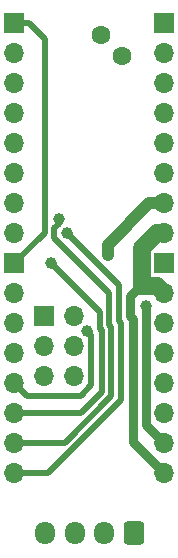
<source format=gbr>
%TF.GenerationSoftware,KiCad,Pcbnew,7.0.11-7.0.11~ubuntu22.04.1*%
%TF.CreationDate,2024-03-10T10:15:41+03:00*%
%TF.ProjectId,MDExt,4d444578-742e-46b6-9963-61645f706362,rev?*%
%TF.SameCoordinates,Original*%
%TF.FileFunction,Copper,L1,Top*%
%TF.FilePolarity,Positive*%
%FSLAX46Y46*%
G04 Gerber Fmt 4.6, Leading zero omitted, Abs format (unit mm)*
G04 Created by KiCad (PCBNEW 7.0.11-7.0.11~ubuntu22.04.1) date 2024-03-10 10:15:41*
%MOMM*%
%LPD*%
G01*
G04 APERTURE LIST*
G04 Aperture macros list*
%AMRoundRect*
0 Rectangle with rounded corners*
0 $1 Rounding radius*
0 $2 $3 $4 $5 $6 $7 $8 $9 X,Y pos of 4 corners*
0 Add a 4 corners polygon primitive as box body*
4,1,4,$2,$3,$4,$5,$6,$7,$8,$9,$2,$3,0*
0 Add four circle primitives for the rounded corners*
1,1,$1+$1,$2,$3*
1,1,$1+$1,$4,$5*
1,1,$1+$1,$6,$7*
1,1,$1+$1,$8,$9*
0 Add four rect primitives between the rounded corners*
20,1,$1+$1,$2,$3,$4,$5,0*
20,1,$1+$1,$4,$5,$6,$7,0*
20,1,$1+$1,$6,$7,$8,$9,0*
20,1,$1+$1,$8,$9,$2,$3,0*%
G04 Aperture macros list end*
%TA.AperFunction,ComponentPad*%
%ADD10RoundRect,0.250000X0.600000X0.725000X-0.600000X0.725000X-0.600000X-0.725000X0.600000X-0.725000X0*%
%TD*%
%TA.AperFunction,ComponentPad*%
%ADD11O,1.700000X1.950000*%
%TD*%
%TA.AperFunction,ComponentPad*%
%ADD12C,1.600000*%
%TD*%
%TA.AperFunction,ComponentPad*%
%ADD13R,1.700000X1.700000*%
%TD*%
%TA.AperFunction,ComponentPad*%
%ADD14O,1.700000X1.700000*%
%TD*%
%TA.AperFunction,ViaPad*%
%ADD15C,1.000000*%
%TD*%
%TA.AperFunction,Conductor*%
%ADD16C,0.800000*%
%TD*%
%TA.AperFunction,Conductor*%
%ADD17C,1.500000*%
%TD*%
%TA.AperFunction,Conductor*%
%ADD18C,0.500000*%
%TD*%
%TA.AperFunction,Conductor*%
%ADD19C,1.000000*%
%TD*%
G04 APERTURE END LIST*
D10*
%TO.P,J6,1,Pin_1*%
%TO.N,Net-(J2-Pin_6)*%
X53300000Y-83820000D03*
D11*
%TO.P,J6,2,Pin_2*%
%TO.N,Net-(J2-Pin_5)*%
X50800000Y-83820000D03*
%TO.P,J6,3,Pin_3*%
%TO.N,Net-(J2-Pin_4)*%
X48300000Y-83820000D03*
%TO.P,J6,4,Pin_4*%
%TO.N,Net-(J2-Pin_3)*%
X45800000Y-83820000D03*
%TD*%
D12*
%TO.P,C1,1*%
%TO.N,+12V*%
X50551117Y-41661117D03*
%TO.P,C1,2*%
%TO.N,GND*%
X52318884Y-43428884D03*
%TD*%
D13*
%TO.P,J1,1,Pin_1*%
%TO.N,/MDriverExtendY/EN*%
X43180000Y-60960000D03*
D14*
%TO.P,J1,2,Pin_2*%
%TO.N,Net-(J1-Pin_2)*%
X43180000Y-63500000D03*
%TO.P,J1,3,Pin_3*%
%TO.N,Net-(J1-Pin_3)*%
X43180000Y-66040000D03*
%TO.P,J1,4,Pin_4*%
%TO.N,Net-(J1-Pin_4)*%
X43180000Y-68580000D03*
%TO.P,J1,5,Pin_5*%
%TO.N,/MDriverExtendY/RST*%
X43180000Y-71120000D03*
%TO.P,J1,6,Pin_6*%
%TO.N,/MDriverExtendY/SLP*%
X43180000Y-73660000D03*
%TO.P,J1,7,Pin_7*%
%TO.N,/MDriverExtendY/STP*%
X43180000Y-76200000D03*
%TO.P,J1,8,Pin_8*%
%TO.N,/MDriverExtendY/DIR*%
X43180000Y-78740000D03*
%TD*%
D13*
%TO.P,J5,1,Pin_1*%
%TO.N,+12V*%
X55880000Y-40640000D03*
D14*
%TO.P,J5,2,Pin_2*%
%TO.N,GND*%
X55880000Y-43180000D03*
%TO.P,J5,3,Pin_3*%
%TO.N,unconnected-(J5-Pin_3-Pad3)*%
X55880000Y-45720000D03*
%TO.P,J5,4,Pin_4*%
%TO.N,unconnected-(J5-Pin_4-Pad4)*%
X55880000Y-48260000D03*
%TO.P,J5,5,Pin_5*%
%TO.N,unconnected-(J5-Pin_5-Pad5)*%
X55880000Y-50800000D03*
%TO.P,J5,6,Pin_6*%
%TO.N,unconnected-(J5-Pin_6-Pad6)*%
X55880000Y-53340000D03*
%TO.P,J5,7,Pin_7*%
%TO.N,+5V*%
X55880000Y-55880000D03*
%TO.P,J5,8,Pin_8*%
%TO.N,GND*%
X55880000Y-58420000D03*
%TD*%
D13*
%TO.P,J4,1,Pin_1*%
%TO.N,/MDriverExtendY/EN*%
X43180000Y-40640000D03*
D14*
%TO.P,J4,2,Pin_2*%
%TO.N,unconnected-(J4-Pin_2-Pad2)*%
X43180000Y-43180000D03*
%TO.P,J4,3,Pin_3*%
%TO.N,unconnected-(J4-Pin_3-Pad3)*%
X43180000Y-45720000D03*
%TO.P,J4,4,Pin_4*%
%TO.N,unconnected-(J4-Pin_4-Pad4)*%
X43180000Y-48260000D03*
%TO.P,J4,5,Pin_5*%
%TO.N,/MDriverExtendY/RST*%
X43180000Y-50800000D03*
%TO.P,J4,6,Pin_6*%
%TO.N,/MDriverExtendY/SLP*%
X43180000Y-53340000D03*
%TO.P,J4,7,Pin_7*%
%TO.N,/MDriverExtendY/STP*%
X43180000Y-55880000D03*
%TO.P,J4,8,Pin_8*%
%TO.N,/MDriverExtendY/DIR*%
X43180000Y-58420000D03*
%TD*%
D13*
%TO.P,J2,1,Pin_1*%
%TO.N,+12V*%
X55880000Y-60960000D03*
D14*
%TO.P,J2,2,Pin_2*%
%TO.N,GND*%
X55880000Y-63500000D03*
%TO.P,J2,3,Pin_3*%
%TO.N,Net-(J2-Pin_3)*%
X55880000Y-66040000D03*
%TO.P,J2,4,Pin_4*%
%TO.N,Net-(J2-Pin_4)*%
X55880000Y-68580000D03*
%TO.P,J2,5,Pin_5*%
%TO.N,Net-(J2-Pin_5)*%
X55880000Y-71120000D03*
%TO.P,J2,6,Pin_6*%
%TO.N,Net-(J2-Pin_6)*%
X55880000Y-73660000D03*
%TO.P,J2,7,Pin_7*%
%TO.N,+5V*%
X55880000Y-76200000D03*
%TO.P,J2,8,Pin_8*%
%TO.N,GND*%
X55880000Y-78740000D03*
%TD*%
D13*
%TO.P,J3,1,Pin_1*%
%TO.N,Net-(J1-Pin_2)*%
X45720000Y-65405000D03*
D14*
%TO.P,J3,2,Pin_2*%
%TO.N,+5V*%
X48260000Y-65405000D03*
%TO.P,J3,3,Pin_3*%
%TO.N,Net-(J1-Pin_3)*%
X45720000Y-67945000D03*
%TO.P,J3,4,Pin_4*%
%TO.N,+5V*%
X48260000Y-67945000D03*
%TO.P,J3,5,Pin_5*%
%TO.N,Net-(J1-Pin_4)*%
X45720000Y-70485000D03*
%TO.P,J3,6,Pin_6*%
%TO.N,+5V*%
X48260000Y-70485000D03*
%TD*%
D15*
%TO.N,+5V*%
X51100000Y-60300000D03*
X54308472Y-64591544D03*
%TO.N,/MDriverExtendY/RST*%
X49317806Y-66678684D03*
%TO.N,/MDriverExtendY/SLP*%
X46283783Y-60965079D03*
%TO.N,/MDriverExtendY/STP*%
X46951852Y-57188148D03*
%TO.N,/MDriverExtendY/DIR*%
X47620099Y-58424818D03*
%TD*%
D16*
%TO.N,+5V*%
X54308472Y-74628472D02*
X54308472Y-64591544D01*
X55880000Y-76200000D02*
X54308472Y-74628472D01*
D17*
%TO.N,GND*%
X53980000Y-61500000D02*
X53980000Y-62860000D01*
X55240000Y-62860000D02*
X55880000Y-63500000D01*
X53980000Y-62860000D02*
X55240000Y-62860000D01*
D18*
%TO.N,/MDriverExtendY/SLP*%
X50436767Y-66490235D02*
X50436767Y-65118063D01*
%TO.N,/MDriverExtendY/STP*%
X43180000Y-76200000D02*
X47431370Y-76200000D01*
%TO.N,/MDriverExtendY/SLP*%
X50600000Y-66653469D02*
X50436767Y-66490235D01*
%TO.N,/MDriverExtendY/DIR*%
X43180000Y-78740000D02*
X46022740Y-78740000D01*
%TO.N,/MDriverExtendY/STP*%
X46570099Y-58859743D02*
X46570099Y-57989893D01*
%TO.N,/MDriverExtendY/DIR*%
X52036768Y-62841487D02*
X47620099Y-58424818D01*
%TO.N,/MDriverExtendY/STP*%
X51400000Y-66322099D02*
X51236767Y-66158865D01*
X51236767Y-66158865D02*
X51236767Y-63526411D01*
%TO.N,/MDriverExtendY/DIR*%
X52200000Y-72562740D02*
X52200000Y-65990729D01*
%TO.N,/MDriverExtendY/STP*%
X51400000Y-72231370D02*
X51400000Y-66322099D01*
%TO.N,/MDriverExtendY/DIR*%
X46022740Y-78740000D02*
X52200000Y-72562740D01*
%TO.N,/MDriverExtendY/SLP*%
X43180000Y-73660000D02*
X48840000Y-73660000D01*
%TO.N,/MDriverExtendY/STP*%
X46951852Y-57608140D02*
X46951852Y-57188148D01*
D16*
%TO.N,GND*%
X52986768Y-63713232D02*
X52986768Y-65433994D01*
D18*
%TO.N,/MDriverExtendY/DIR*%
X52036768Y-65827496D02*
X52036768Y-62841487D01*
D16*
%TO.N,GND*%
X53200000Y-65647226D02*
X53200000Y-76060000D01*
D18*
%TO.N,/MDriverExtendY/DIR*%
X52200000Y-65990729D02*
X52036768Y-65827496D01*
%TO.N,/MDriverExtendY/SLP*%
X48840000Y-73660000D02*
X50600000Y-71900000D01*
X50600000Y-71900000D02*
X50600000Y-66653469D01*
D16*
%TO.N,GND*%
X53200000Y-76060000D02*
X55880000Y-78740000D01*
X52986768Y-65433994D02*
X53200000Y-65647226D01*
D18*
%TO.N,/MDriverExtendY/STP*%
X51236767Y-63526411D02*
X46570099Y-58859743D01*
X47431370Y-76200000D02*
X51400000Y-72231370D01*
X46570099Y-57989893D02*
X46951852Y-57608140D01*
%TO.N,/MDriverExtendY/SLP*%
X50436767Y-65118063D02*
X46283783Y-60965079D01*
D16*
%TO.N,GND*%
X53980000Y-62720000D02*
X52986768Y-63713232D01*
D17*
X53980000Y-59675076D02*
X53980000Y-61500000D01*
D19*
X53980000Y-61500000D02*
X53980000Y-62720000D01*
%TO.N,+5V*%
X51100000Y-60300000D02*
X51100000Y-59390000D01*
X54610000Y-55880000D02*
X55880000Y-55880000D01*
X51100000Y-59390000D02*
X54610000Y-55880000D01*
D18*
%TO.N,/MDriverExtendY/RST*%
X49317806Y-66678684D02*
X49700000Y-67060878D01*
X49700000Y-67060878D02*
X49700000Y-71300000D01*
X49700000Y-71300000D02*
X48800000Y-72200000D01*
X48800000Y-72200000D02*
X44260000Y-72200000D01*
X44260000Y-72200000D02*
X43180000Y-71120000D01*
D17*
%TO.N,GND*%
X55880000Y-58420000D02*
X55235076Y-58420000D01*
X55235076Y-58420000D02*
X53980000Y-59675076D01*
D18*
%TO.N,/MDriverExtendY/EN*%
X44450000Y-40640000D02*
X43180000Y-40640000D01*
X45775000Y-57653621D02*
X45775000Y-41965000D01*
X45775000Y-41965000D02*
X44450000Y-40640000D01*
X45770099Y-58369901D02*
X45770099Y-57658523D01*
X45770099Y-57658523D02*
X45775000Y-57653621D01*
X43180000Y-60960000D02*
X45770099Y-58369901D01*
%TD*%
M02*

</source>
